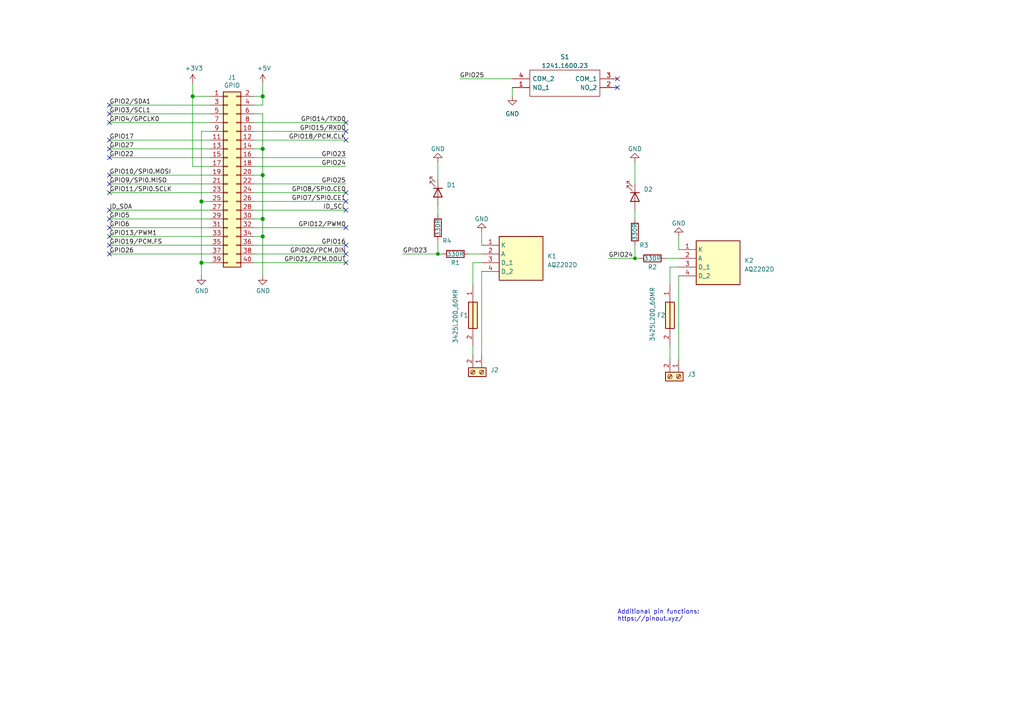
<source format=kicad_sch>
(kicad_sch (version 20230121) (generator eeschema)
  (paper "A4")
  (title_block (date "15 nov 2012"))
  (lib_symbols
    (symbol "Connector:Screw_Terminal_01x02" (pin_names (offset 1.016) hide)
      (property "Reference" "J" (at 0 2.54 0))
      (property "Value" "Screw_Terminal_01x02" (at 0 -5.08 0))
      (symbol "Screw_Terminal_01x02_1_1"
        (rectangle (start -1.27 1.27) (end 1.27 -3.81) (stroke (width 0.254)) (fill (type background)))
        (circle (center 0 -2.54) (radius 0.635) (stroke (width 0.1524)))
        (polyline (pts (xy -0.5334 -2.2098) (xy 0.3302 -3.048)) (stroke (width 0.1524)))
        (polyline (pts (xy -0.5334 0.3302) (xy 0.3302 -0.508)) (stroke (width 0.1524)))
        (polyline (pts (xy -0.3556 -2.032) (xy 0.508 -2.8702)) (stroke (width 0.1524)))
        (polyline (pts (xy -0.3556 0.508) (xy 0.508 -0.3302)) (stroke (width 0.1524)))
        (circle (center 0 0) (radius 0.635) (stroke (width 0.1524)))
        (pin passive line (at -5.08 0 0) (length 3.81) (name "Pin_1") (number "1"))
        (pin passive line (at -5.08 -2.54 0) (length 3.81) (name "Pin_2") (number "2"))
      )
    )
    (symbol "Connector_Generic:Conn_02x20_Odd_Even" (pin_names (offset 1.016) hide)
      (property "Reference" "J" (at 1.27 25.4 0))
      (property "Value" "Conn_02x20_Odd_Even" (at 1.27 -27.94 0))
      (symbol "Conn_02x20_Odd_Even_1_1"
        (rectangle (start -1.27 -25.273) (end 0 -25.527) (stroke (width 0.1524)))
        (rectangle (start -1.27 -22.733) (end 0 -22.987) (stroke (width 0.1524)))
        (rectangle (start -1.27 -20.193) (end 0 -20.447) (stroke (width 0.1524)))
        (rectangle (start -1.27 -17.653) (end 0 -17.907) (stroke (width 0.1524)))
        (rectangle (start -1.27 -15.113) (end 0 -15.367) (stroke (width 0.1524)))
        (rectangle (start -1.27 -12.573) (end 0 -12.827) (stroke (width 0.1524)))
        (rectangle (start -1.27 -10.033) (end 0 -10.287) (stroke (width 0.1524)))
        (rectangle (start -1.27 -7.493) (end 0 -7.747) (stroke (width 0.1524)))
        (rectangle (start -1.27 -4.953) (end 0 -5.207) (stroke (width 0.1524)))
        (rectangle (start -1.27 -2.413) (end 0 -2.667) (stroke (width 0.1524)))
        (rectangle (start -1.27 0.127) (end 0 -0.127) (stroke (width 0.1524)))
        (rectangle (start -1.27 2.667) (end 0 2.413) (stroke (width 0.1524)))
        (rectangle (start -1.27 5.207) (end 0 4.953) (stroke (width 0.1524)))
        (rectangle (start -1.27 7.747) (end 0 7.493) (stroke (width 0.1524)))
        (rectangle (start -1.27 10.287) (end 0 10.033) (stroke (width 0.1524)))
        (rectangle (start -1.27 12.827) (end 0 12.573) (stroke (width 0.1524)))
        (rectangle (start -1.27 15.367) (end 0 15.113) (stroke (width 0.1524)))
        (rectangle (start -1.27 17.907) (end 0 17.653) (stroke (width 0.1524)))
        (rectangle (start -1.27 20.447) (end 0 20.193) (stroke (width 0.1524)))
        (rectangle (start -1.27 22.987) (end 0 22.733) (stroke (width 0.1524)))
        (rectangle (start -1.27 24.13) (end 3.81 -26.67) (stroke (width 0.254)) (fill (type background)))
        (rectangle (start 3.81 -25.273) (end 2.54 -25.527) (stroke (width 0.1524)))
        (rectangle (start 3.81 -22.733) (end 2.54 -22.987) (stroke (width 0.1524)))
        (rectangle (start 3.81 -20.193) (end 2.54 -20.447) (stroke (width 0.1524)))
        (rectangle (start 3.81 -17.653) (end 2.54 -17.907) (stroke (width 0.1524)))
        (rectangle (start 3.81 -15.113) (end 2.54 -15.367) (stroke (width 0.1524)))
        (rectangle (start 3.81 -12.573) (end 2.54 -12.827) (stroke (width 0.1524)))
        (rectangle (start 3.81 -10.033) (end 2.54 -10.287) (stroke (width 0.1524)))
        (rectangle (start 3.81 -7.493) (end 2.54 -7.747) (stroke (width 0.1524)))
        (rectangle (start 3.81 -4.953) (end 2.54 -5.207) (stroke (width 0.1524)))
        (rectangle (start 3.81 -2.413) (end 2.54 -2.667) (stroke (width 0.1524)))
        (rectangle (start 3.81 0.127) (end 2.54 -0.127) (stroke (width 0.1524)))
        (rectangle (start 3.81 2.667) (end 2.54 2.413) (stroke (width 0.1524)))
        (rectangle (start 3.81 5.207) (end 2.54 4.953) (stroke (width 0.1524)))
        (rectangle (start 3.81 7.747) (end 2.54 7.493) (stroke (width 0.1524)))
        (rectangle (start 3.81 10.287) (end 2.54 10.033) (stroke (width 0.1524)))
        (rectangle (start 3.81 12.827) (end 2.54 12.573) (stroke (width 0.1524)))
        (rectangle (start 3.81 15.367) (end 2.54 15.113) (stroke (width 0.1524)))
        (rectangle (start 3.81 17.907) (end 2.54 17.653) (stroke (width 0.1524)))
        (rectangle (start 3.81 20.447) (end 2.54 20.193) (stroke (width 0.1524)))
        (rectangle (start 3.81 22.987) (end 2.54 22.733) (stroke (width 0.1524)))
        (pin passive line (at -5.08 22.86 0) (length 3.81) (name "Pin_1") (number "1"))
        (pin passive line (at 7.62 12.7 180) (length 3.81) (name "Pin_10") (number "10"))
        (pin passive line (at -5.08 10.16 0) (length 3.81) (name "Pin_11") (number "11"))
        (pin passive line (at 7.62 10.16 180) (length 3.81) (name "Pin_12") (number "12"))
        (pin passive line (at -5.08 7.62 0) (length 3.81) (name "Pin_13") (number "13"))
        (pin passive line (at 7.62 7.62 180) (length 3.81) (name "Pin_14") (number "14"))
        (pin passive line (at -5.08 5.08 0) (length 3.81) (name "Pin_15") (number "15"))
        (pin passive line (at 7.62 5.08 180) (length 3.81) (name "Pin_16") (number "16"))
        (pin passive line (at -5.08 2.54 0) (length 3.81) (name "Pin_17") (number "17"))
        (pin passive line (at 7.62 2.54 180) (length 3.81) (name "Pin_18") (number "18"))
        (pin passive line (at -5.08 0 0) (length 3.81) (name "Pin_19") (number "19"))
        (pin passive line (at 7.62 22.86 180) (length 3.81) (name "Pin_2") (number "2"))
        (pin passive line (at 7.62 0 180) (length 3.81) (name "Pin_20") (number "20"))
        (pin passive line (at -5.08 -2.54 0) (length 3.81) (name "Pin_21") (number "21"))
        (pin passive line (at 7.62 -2.54 180) (length 3.81) (name "Pin_22") (number "22"))
        (pin passive line (at -5.08 -5.08 0) (length 3.81) (name "Pin_23") (number "23"))
        (pin passive line (at 7.62 -5.08 180) (length 3.81) (name "Pin_24") (number "24"))
        (pin passive line (at -5.08 -7.62 0) (length 3.81) (name "Pin_25") (number "25"))
        (pin passive line (at 7.62 -7.62 180) (length 3.81) (name "Pin_26") (number "26"))
        (pin passive line (at -5.08 -10.16 0) (length 3.81) (name "Pin_27") (number "27"))
        (pin passive line (at 7.62 -10.16 180) (length 3.81) (name "Pin_28") (number "28"))
        (pin passive line (at -5.08 -12.7 0) (length 3.81) (name "Pin_29") (number "29"))
        (pin passive line (at -5.08 20.32 0) (length 3.81) (name "Pin_3") (number "3"))
        (pin passive line (at 7.62 -12.7 180) (length 3.81) (name "Pin_30") (number "30"))
        (pin passive line (at -5.08 -15.24 0) (length 3.81) (name "Pin_31") (number "31"))
        (pin passive line (at 7.62 -15.24 180) (length 3.81) (name "Pin_32") (number "32"))
        (pin passive line (at -5.08 -17.78 0) (length 3.81) (name "Pin_33") (number "33"))
        (pin passive line (at 7.62 -17.78 180) (length 3.81) (name "Pin_34") (number "34"))
        (pin passive line (at -5.08 -20.32 0) (length 3.81) (name "Pin_35") (number "35"))
        (pin passive line (at 7.62 -20.32 180) (length 3.81) (name "Pin_36") (number "36"))
        (pin passive line (at -5.08 -22.86 0) (length 3.81) (name "Pin_37") (number "37"))
        (pin passive line (at 7.62 -22.86 180) (length 3.81) (name "Pin_38") (number "38"))
        (pin passive line (at -5.08 -25.4 0) (length 3.81) (name "Pin_39") (number "39"))
        (pin passive line (at 7.62 20.32 180) (length 3.81) (name "Pin_4") (number "4"))
        (pin passive line (at 7.62 -25.4 180) (length 3.81) (name "Pin_40") (number "40"))
        (pin passive line (at -5.08 17.78 0) (length 3.81) (name "Pin_5") (number "5"))
        (pin passive line (at 7.62 17.78 180) (length 3.81) (name "Pin_6") (number "6"))
        (pin passive line (at -5.08 15.24 0) (length 3.81) (name "Pin_7") (number "7"))
        (pin passive line (at 7.62 15.24 180) (length 3.81) (name "Pin_8") (number "8"))
        (pin passive line (at -5.08 12.7 0) (length 3.81) (name "Pin_9") (number "9"))
      )
    )
    (symbol "Device:3425L200_60MR" (pin_names hide)
      (property "Reference" "F" (at 13.97 6.35 0))
      (property "Value" "3425L200_60MR" (at 13.97 3.81 0))
      (symbol "3425L200_60MR_1_1"
        (polyline (pts (xy 5.08 0) (xy 12.7 0)) (stroke (width 0.254)))
        (rectangle (start 5.08 1.27) (end 12.7 -1.27) (stroke (width 0.254)) (fill (type background)))
        (pin passive line (at 0 0 0) (length 5.08) (name "1") (number "1"))
        (pin passive line (at 17.78 0 180) (length 5.08) (name "2") (number "2"))
      )
    )
    (symbol "Device:R" (pin_numbers hide) (pin_names (offset 0))
      (property "Reference" "R" (at 2.032 0 90))
      (property "Value" "R" (at 0 0 90))
      (symbol "R_0_1"
        (rectangle (start -1.016 -2.54) (end 1.016 2.54) (stroke (width 0.254)))
      )
      (symbol "R_1_1"
        (pin passive line (at 0 3.81 270) (length 1.27) (name "~") (number "1"))
        (pin passive line (at 0 -3.81 90) (length 1.27) (name "~") (number "2"))
      )
    )
    (symbol "GND_1" (power) (pin_names (offset 0))
      (property "Value" "GND_1" (at 0 -3.81 0))
      (symbol "GND_1_0_1"
        (polyline (pts (xy 0 0) (xy 0 -1.27) (xy 1.27 -1.27) (xy 0 -2.54) (xy -1.27 -1.27) (xy 0 -1.27)))
      )
      (symbol "GND_1_1_1"
        (pin power_in line (at 0 0 270) (length 0) hide (name "GND") (number "1"))
      )
    )
    (symbol "GND_2" (power) (pin_names (offset 0))
      (property "Value" "GND_2" (at 0 -3.81 0))
      (symbol "GND_2_0_1"
        (polyline (pts (xy 0 0) (xy 0 -1.27) (xy 1.27 -1.27) (xy 0 -2.54) (xy -1.27 -1.27) (xy 0 -1.27)))
      )
      (symbol "GND_2_1_1"
        (pin power_in line (at 0 0 270) (length 0) hide (name "GND") (number "1"))
      )
    )
    (symbol "LED:IR26-21C_L110_TR8" (pin_numbers hide) (pin_names (offset 1.016) hide)
      (property "Reference" "D" (at 0 2.54 0))
      (property "Value" "IR26-21C_L110_TR8" (at 0 -3.81 0))
      (symbol "IR26-21C_L110_TR8_0_1"
        (polyline (pts (xy -1.27 -1.27) (xy -1.27 1.27)) (stroke (width 0.254)))
        (polyline (pts (xy -1.27 0) (xy 1.27 0)))
        (polyline (pts (xy 1.27 -1.27) (xy 1.27 1.27) (xy -1.27 0) (xy 1.27 -1.27)) (stroke (width 0.254)))
        (polyline (pts (xy -3.048 -0.762) (xy -4.572 -2.286) (xy -3.81 -2.286) (xy -4.572 -2.286) (xy -4.572 -1.524)))
        (polyline (pts (xy -1.778 -0.762) (xy -3.302 -2.286) (xy -2.54 -2.286) (xy -3.302 -2.286) (xy -3.302 -1.524)))
      )
      (symbol "IR26-21C_L110_TR8_1_1"
        (pin passive line (at -3.81 0 0) (length 2.54) (name "K") (number "1"))
        (pin passive line (at 3.81 0 180) (length 2.54) (name "A") (number "2"))
      )
    )
    (symbol "SSR-Shield-Library:AQZ202D"
      (property "Reference" "K" (at 19.05 7.62 0))
      (property "Value" "AQZ202D" (at 19.05 5.08 0))
      (symbol "AQZ202D_1_1"
        (rectangle (start 5.08 2.54) (end 17.78 -10.16) (stroke (width 0.254)) (fill (type background)))
        (pin passive line (at 0 0 0) (length 5.08) (name "K") (number "1"))
        (pin passive line (at 0 -2.54 0) (length 5.08) (name "A") (number "2"))
        (pin passive line (at 0 -5.08 0) (length 5.08) (name "D_1") (number "3"))
        (pin passive line (at 0 -7.62 0) (length 5.08) (name "D_2") (number "4"))
      )
    )
    (symbol "Switch:1241.1600.23" (pin_names (offset 0.762))
      (property "Reference" "S" (at 26.67 7.62 0))
      (property "Value" "1241.1600.23" (at 26.67 5.08 0))
      (symbol "1241.1600.23_0_0"
        (pin passive line (at 0 -2.54 0) (length 5.08) (name "NO_1") (number "1"))
        (pin passive line (at 30.48 -2.54 180) (length 5.08) (name "NO_2") (number "2"))
        (pin passive line (at 30.48 0 180) (length 5.08) (name "COM_1") (number "3"))
        (pin passive line (at 0 0 0) (length 5.08) (name "COM_2") (number "4"))
      )
      (symbol "1241.1600.23_0_1"
        (polyline (pts (xy 5.08 2.54) (xy 25.4 2.54) (xy 25.4 -5.08) (xy 5.08 -5.08) (xy 5.08 2.54)) (stroke (width 0.1524)))
      )
    )
    (symbol "power:+3.3V" (power) (pin_names (offset 0))
      (property "Value" "+3.3V" (at 0 3.556 0))
      (symbol "+3.3V_0_1"
        (polyline (pts (xy -0.762 1.27) (xy 0 2.54)))
        (polyline (pts (xy 0 0) (xy 0 2.54)))
        (polyline (pts (xy 0 2.54) (xy 0.762 1.27)))
      )
      (symbol "+3.3V_1_1"
        (pin power_in line (at 0 0 90) (length 0) hide (name "+3V3") (number "1"))
      )
    )
    (symbol "power:+5V" (power) (pin_names (offset 0))
      (property "Value" "+5V" (at 0 3.556 0))
      (symbol "+5V_0_1"
        (polyline (pts (xy -0.762 1.27) (xy 0 2.54)))
        (polyline (pts (xy 0 0) (xy 0 2.54)))
        (polyline (pts (xy 0 2.54) (xy 0.762 1.27)))
      )
      (symbol "+5V_1_1"
        (pin power_in line (at 0 0 90) (length 0) hide (name "+5V") (number "1"))
      )
    )
    (symbol "power:GND" (power) (pin_names (offset 0))
      (property "Value" "GND" (at 0 -3.81 0))
      (symbol "GND_0_1"
        (polyline (pts (xy 0 0) (xy 0 -1.27) (xy 1.27 -1.27) (xy 0 -2.54) (xy -1.27 -1.27) (xy 0 -1.27)))
      )
      (symbol "GND_1_1"
        (pin power_in line (at 0 0 270) (length 0) hide (name "GND") (number "1"))
      )
    )
  )
  (junction (at 76.2 27.94) (diameter 1.016))
  (junction (at 76.2 43.18) (diameter 1.016))
  (junction (at 58.42 76.2) (diameter 1.016))
  (junction (at 58.42 58.42) (diameter 1.016))
  (junction (at 76.2 68.58) (diameter 1.016))
  (junction (at 127 73.66))
  (junction (at 76.2 63.5) (diameter 1.016))
  (junction (at 76.2 50.8) (diameter 1.016))
  (junction (at 184.15 74.93))
  (junction (at 55.88 27.94) (diameter 1.016))
  (no_connect (at 179.07 22.86))
  (no_connect (at 31.75 53.34))
  (no_connect (at 31.75 68.58))
  (no_connect (at 100.33 38.1))
  (no_connect (at 31.75 60.96))
  (no_connect (at 31.75 43.18))
  (no_connect (at 100.33 35.56))
  (no_connect (at 100.33 55.88))
  (no_connect (at 31.75 50.8))
  (no_connect (at 31.75 45.72))
  (no_connect (at 100.33 58.42))
  (no_connect (at 31.75 33.02))
  (no_connect (at 100.33 71.12))
  (no_connect (at 31.75 40.64))
  (no_connect (at 31.75 66.04))
  (no_connect (at 100.33 66.04))
  (no_connect (at 100.33 60.96))
  (no_connect (at 31.75 30.48))
  (no_connect (at 100.33 40.64))
  (no_connect (at 31.75 73.66))
  (no_connect (at 100.33 76.2))
  (no_connect (at 31.75 55.88))
  (no_connect (at 31.75 35.56))
  (no_connect (at 31.75 63.5))
  (no_connect (at 100.33 73.66))
  (no_connect (at 179.07 25.4))
  (no_connect (at 31.75 71.12))
  (wire (pts (xy 58.42 58.42) (xy 58.42 76.2)))
  (wire (pts (xy 73.66 58.42) (xy 100.33 58.42)))
  (wire (pts (xy 60.96 40.64) (xy 31.75 40.64)))
  (wire (pts (xy 76.2 33.02) (xy 76.2 43.18)))
  (wire (pts (xy 76.2 50.8) (xy 73.66 50.8)))
  (wire (pts (xy 76.2 63.5) (xy 76.2 68.58)))
  (wire (pts (xy 193.04 74.93) (xy 196.85 74.93)))
  (wire (pts (xy 176.53 74.93) (xy 184.15 74.93)))
  (wire (pts (xy 196.85 80.01) (xy 196.85 104.14)))
  (wire (pts (xy 139.7 67.31) (xy 139.7 71.12)))
  (wire (pts (xy 76.2 50.8) (xy 76.2 63.5)))
  (wire (pts (xy 73.66 35.56) (xy 100.33 35.56)))
  (wire (pts (xy 58.42 38.1) (xy 58.42 58.42)))
  (wire (pts (xy 127 46.99) (xy 127 52.07)))
  (wire (pts (xy 58.42 38.1) (xy 60.96 38.1)))
  (wire (pts (xy 73.66 55.88) (xy 100.33 55.88)))
  (wire (pts (xy 127 59.69) (xy 127 62.23)))
  (wire (pts (xy 60.96 60.96) (xy 31.75 60.96)))
  (wire (pts (xy 31.75 63.5) (xy 60.96 63.5)))
  (wire (pts (xy 58.42 58.42) (xy 60.96 58.42)))
  (wire (pts (xy 73.66 45.72) (xy 100.33 45.72)))
  (wire (pts (xy 194.31 100.33) (xy 194.31 104.14)))
  (wire (pts (xy 184.15 46.99) (xy 184.15 53.34)))
  (wire (pts (xy 73.66 76.2) (xy 100.33 76.2)))
  (wire (pts (xy 58.42 76.2) (xy 58.42 80.01)))
  (wire (pts (xy 31.75 43.18) (xy 60.96 43.18)))
  (wire (pts (xy 116.84 73.66) (xy 127 73.66)))
  (wire (pts (xy 55.88 24.13) (xy 55.88 27.94)))
  (wire (pts (xy 76.2 68.58) (xy 73.66 68.58)))
  (wire (pts (xy 31.75 33.02) (xy 60.96 33.02)))
  (wire (pts (xy 194.31 77.47) (xy 194.31 82.55)))
  (wire (pts (xy 31.75 55.88) (xy 60.96 55.88)))
  (wire (pts (xy 55.88 48.26) (xy 60.96 48.26)))
  (wire (pts (xy 60.96 30.48) (xy 31.75 30.48)))
  (wire (pts (xy 76.2 27.94) (xy 76.2 30.48)))
  (wire (pts (xy 76.2 43.18) (xy 76.2 50.8)))
  (wire (pts (xy 73.66 40.64) (xy 100.33 40.64)))
  (wire (pts (xy 76.2 43.18) (xy 73.66 43.18)))
  (wire (pts (xy 76.2 24.13) (xy 76.2 27.94)))
  (wire (pts (xy 31.75 35.56) (xy 60.96 35.56)))
  (wire (pts (xy 76.2 27.94) (xy 73.66 27.94)))
  (wire (pts (xy 148.59 25.4) (xy 148.59 27.94)))
  (wire (pts (xy 55.88 27.94) (xy 55.88 48.26)))
  (wire (pts (xy 137.16 100.33) (xy 137.16 102.87)))
  (wire (pts (xy 73.66 48.26) (xy 100.33 48.26)))
  (wire (pts (xy 73.66 38.1) (xy 100.33 38.1)))
  (wire (pts (xy 184.15 60.96) (xy 184.15 63.5)))
  (wire (pts (xy 184.15 71.12) (xy 184.15 74.93)))
  (wire (pts (xy 31.75 45.72) (xy 60.96 45.72)))
  (wire (pts (xy 31.75 53.34) (xy 60.96 53.34)))
  (wire (pts (xy 139.7 76.2) (xy 137.16 76.2)))
  (wire (pts (xy 31.75 66.04) (xy 60.96 66.04)))
  (wire (pts (xy 76.2 30.48) (xy 73.66 30.48)))
  (wire (pts (xy 31.75 71.12) (xy 60.96 71.12)))
  (wire (pts (xy 73.66 71.12) (xy 100.33 71.12)))
  (wire (pts (xy 196.85 77.47) (xy 194.31 77.47)))
  (wire (pts (xy 73.66 66.04) (xy 100.33 66.04)))
  (wire (pts (xy 127 73.66) (xy 128.27 73.66)))
  (wire (pts (xy 58.42 76.2) (xy 60.96 76.2)))
  (wire (pts (xy 73.66 73.66) (xy 100.33 73.66)))
  (wire (pts (xy 139.7 78.74) (xy 139.7 102.87)))
  (wire (pts (xy 76.2 33.02) (xy 73.66 33.02)))
  (wire (pts (xy 31.75 73.66) (xy 60.96 73.66)))
  (wire (pts (xy 133.35 22.86) (xy 148.59 22.86)))
  (wire (pts (xy 196.85 68.58) (xy 196.85 72.39)))
  (wire (pts (xy 76.2 68.58) (xy 76.2 80.01)))
  (wire (pts (xy 73.66 53.34) (xy 100.33 53.34)))
  (wire (pts (xy 60.96 68.58) (xy 31.75 68.58)))
  (wire (pts (xy 127 69.85) (xy 127 73.66)))
  (wire (pts (xy 135.89 73.66) (xy 139.7 73.66)))
  (wire (pts (xy 76.2 63.5) (xy 73.66 63.5)))
  (wire (pts (xy 55.88 27.94) (xy 60.96 27.94)))
  (wire (pts (xy 184.15 74.93) (xy 185.42 74.93)))
  (wire (pts (xy 137.16 76.2) (xy 137.16 82.55)))
  (wire (pts (xy 60.96 50.8) (xy 31.75 50.8)))
  (wire (pts (xy 73.66 60.96) (xy 100.33 60.96)))
  (text "Additional pin functions:\nhttps://pinout.xyz/" (at 179.07 180.34 0) (effects (font (size 1.27 1.27)) (justify left bottom)))
  (label "ID_SDA" (at 31.75 60.96 0))
  (label "GPIO6" (at 31.75 66.04 0))
  (label "GPIO25" (at 133.35 22.86 0))
  (label "ID_SCL" (at 100.33 60.96 180))
  (label "GPIO5" (at 31.75 63.5 0))
  (label "GPIO21{slash}PCM.DOUT" (at 100.33 76.2 180))
  (label "GPIO19{slash}PCM.FS" (at 31.75 71.12 0))
  (label "GPIO10{slash}SPI0.MOSI" (at 31.75 50.8 0))
  (label "GPIO9{slash}SPI0.MISO" (at 31.75 53.34 0))
  (label "GPIO23" (at 100.33 45.72 180))
  (label "GPIO4{slash}GPCLK0" (at 31.75 35.56 0))
  (label "GPIO27" (at 31.75 43.18 0))
  (label "GPIO26" (at 31.75 73.66 0))
  (label "GPIO14{slash}TXD0" (at 100.33 35.56 180))
  (label "GPIO8{slash}SPI0.CE0" (at 100.33 55.88 180))
  (label "GPIO15{slash}RXD0" (at 100.33 38.1 180))
  (label "GPIO16" (at 100.33 71.12 180))
  (label "GPIO22" (at 31.75 45.72 0))
  (label "GPIO2{slash}SDA1" (at 31.75 30.48 0))
  (label "GPIO17" (at 31.75 40.64 0))
  (label "GPIO25" (at 100.33 53.34 180))
  (label "GPIO3{slash}SCL1" (at 31.75 33.02 0))
  (label "GPIO18{slash}PCM.CLK" (at 100.33 40.64 180))
  (label "GPIO12{slash}PWM0" (at 100.33 66.04 180))
  (label "GPIO13{slash}PWM1" (at 31.75 68.58 0))
  (label "GPIO20{slash}PCM.DIN" (at 100.33 73.66 180))
  (label "GPIO24" (at 100.33 48.26 180))
  (label "GPIO7{slash}SPI0.CE1" (at 100.33 58.42 180))
  (label "GPIO23" (at 116.84 73.66 0))
  (label "GPIO24" (at 176.53 74.93 0))
  (label "GPIO11{slash}SPI0.SCLK" (at 31.75 55.88 0))
  (symbol (lib_id "power:+5V") (at 76.2 24.13 0) (unit 1)
    (property "Reference" "#PWR01" (effects hide))
    (property "Value" "+5V" (at 76.5683 19.8056 0))
  )
  (symbol (lib_id "power:+3.3V") (at 55.88 24.13 0) (unit 1)
    (property "Reference" "#PWR04" (effects hide))
    (property "Value" "+3.3V" (at 56.2483 19.8056 0))
  )
  (symbol (lib_id "power:GND") (at 76.2 80.01 0) (unit 1)
    (property "Reference" "#PWR02" (effects hide))
    (property "Value" "GND" (at 76.3143 84.3344 0))
  )
  (symbol (lib_id "power:GND") (at 58.42 80.01 0) (unit 1)
    (property "Reference" "#PWR03" (effects hide))
    (property "Value" "GND" (at 58.5343 84.3344 0))
  )
  (symbol (lib_id "Connector_Generic:Conn_02x20_Odd_Even") (at 66.04 50.8 0) (unit 1)
    (property "Reference" "J1" (at 67.31 22.4598 0))
    (property "Value" "GPIO" (at 67.31 24.765 0))
    (property "Footprint" "Connector_PinSocket_2.54mm:PinSocket_2x20_P2.54mm_Vertical" (effects hide))
  )
  (symbol (lib_id "Device:R") (at 127 66.04 0) (unit 1)
    (property "Reference" "R4" (at 128.27 69.85 0) (effects (justify left)))
    (property "Value" "330R" (at 127 68.58 90) (effects (justify left)))
    (property "Footprint" "Resistor_SMD:R_1206_3216Metric" (effects hide))
  )
  (symbol (lib_id "Device:3425L200_60MR") (at 194.31 82.55 270) (unit 1)
    (property "Reference" "F2" (at 193.04 91.44 90) (effects (justify right)))
    (property "Value" "3425L200_60MR" (at 189.23 99.06 0) (effects (justify right)))
    (property "Footprint" "Fuse:FUSC8664X180N" (effects hide))
    (property "Datasheet" "https://www.littelfuse.com/media?resourcetype=datasheets&itemid=bc6d850b-99e2-4108-9141-9afcdeb5e383&filename=littelfuse-pptc-3425l-datasheet" (effects hide))
    (property "Height" "1.8" (effects hide))
    (property "Mouser Part Number" "576-3425L200/60MR" (effects hide))
    (property "Mouser Price/Stock" "https://www.mouser.co.uk/ProductDetail/Littelfuse/3425L200-60MR?qs=Jm2GQyTW%2Fbiqdph8lH2A%2FA%3D%3D" (effects hide))
    (property "Manufacturer_Name" "LITTELFUSE" (effects hide))
    (property "Manufacturer_Part_Number" "3425L200/60MR" (effects hide))
  )
  (symbol (lib_id "Switch:1241.1600.23") (at 148.59 22.86 0) (unit 1)
    (property "Reference" "S1" (at 163.83 16.51 0))
    (property "Value" "1241.1600.23" (at 163.83 19.05 0))
    (property "Footprint" "Button_Switch_SMD:1241160023" (effects hide))
    (property "Datasheet" "https://us.schurter.com/bundles/snceschurter/epim/_ProdPool_/newDS/en/typ_SMS.pdf" (effects hide))
    (property "Description" "Pushbutton Switches SMS IP40 G SHORT" (effects hide))
    (property "Height" "4.85" (effects hide))
    (property "Mouser Part Number" "693-1241.1600.23" (effects hide))
    (property "Mouser Price/Stock" "https://www.mouser.co.uk/ProductDetail/Schurter/1241.1600.23?qs=JHn%2F0Af%2Fl5G1RWN8YaGCOQ%3D%3D" (effects hide))
    (property "Manufacturer_Name" "SCHURTER" (effects hide))
    (property "Manufacturer_Part_Number" "1241.1600.23" (effects hide))
  )
  (symbol (lib_id "LED:IR26-21C_L110_TR8") (at 184.15 57.15 270) (unit 1)
    (property "Reference" "D2" (at 186.69 54.9275 90) (effects (justify left)))
    (property "Value" "IR26-21C_L110_TR8" (effects hide))
    (property "Footprint" "LED_SMD:LED_1206_3216Metric" (effects hide))
    (property "Datasheet" "http://www.everlight.com/file/ProductFile/IR26-21C-L110-TR8.pdf" (effects hide))
  )
  (symbol (lib_id "Device:R") (at 184.15 67.31 0) (unit 1)
    (property "Reference" "R3" (at 185.42 71.12 0) (effects (justify left)))
    (property "Value" "330R" (at 184.15 69.85 90) (effects (justify left)))
    (property "Footprint" "Resistor_SMD:R_1206_3216Metric" (effects hide))
  )
  (symbol (lib_name "GND_1") (lib_id "power:GND") (at 196.85 68.58 180) (unit 1)
    (property "Reference" "#PWR06" (effects hide))
    (property "Value" "GND" (at 196.85 64.77 0))
  )
  (symbol (lib_name "GND_1") (lib_id "power:GND") (at 184.15 46.99 180) (unit 1)
    (property "Reference" "#PWR08" (effects hide))
    (property "Value" "GND" (at 184.15 43.18 0))
  )
  (symbol (lib_id "Device:R") (at 189.23 74.93 90) (unit 1)
    (property "Reference" "R2" (at 189.23 77.47 90))
    (property "Value" "330R" (at 189.23 74.93 90))
    (property "Footprint" "Resistor_SMD:R_1206_3216Metric" (effects hide))
  )
  (symbol (lib_name "GND_1") (lib_id "power:GND") (at 139.7 67.31 180) (unit 1)
    (property "Reference" "#PWR05" (effects hide))
    (property "Value" "GND" (at 139.7 63.5 0))
  )
  (symbol (lib_name "GND_2") (lib_id "power:GND") (at 148.59 27.94 0) (unit 1)
    (property "Reference" "#PWR09" (effects hide))
    (property "Value" "GND" (at 148.59 33.02 0))
  )
  (symbol (lib_id "SSR-Shield-Library:AQZ202D") (at 139.7 71.12 0) (unit 1)
    (property "Reference" "K1" (at 158.75 74.295 0) (effects (justify left)))
    (property "Value" "AQZ202D" (at 158.75 76.835 0) (effects (justify left)))
    (property "Footprint" "Package_SIP:AQZ202G" (effects hide))
    (property "Datasheet" "https://datasheet.datasheetarchive.com/originals/distributors/Datasheets-315/542788.pdf" (effects hide))
    (property "Height" "11.2" (effects hide))
    (property "Mouser Part Number" "769-AQZ202D" (effects hide))
    (property "Mouser Price/Stock" "https://www.mouser.co.uk/ProductDetail/Panasonic-Industrial-Devices/AQZ202D?qs=wKtUvITRiamx%252B1RZTBBykA%3D%3D" (effects hide))
    (property "Manufacturer_Name" "Panasonic" (effects hide))
    (property "Manufacturer_Part_Number" "AQZ202D" (effects hide))
  )
  (symbol (lib_id "Device:3425L200_60MR") (at 137.16 82.55 270) (unit 1)
    (property "Reference" "F1" (at 133.35 91.44 90) (effects (justify left)))
    (property "Value" "3425L200_60MR" (at 132.08 83.82 0) (effects (justify left)))
    (property "Footprint" "Fuse:FUSC8664X180N" (effects hide))
    (property "Datasheet" "https://www.littelfuse.com/media?resourcetype=datasheets&itemid=bc6d850b-99e2-4108-9141-9afcdeb5e383&filename=littelfuse-pptc-3425l-datasheet" (effects hide))
    (property "Height" "1.8" (effects hide))
    (property "Mouser Part Number" "576-3425L200/60MR" (effects hide))
    (property "Mouser Price/Stock" "https://www.mouser.co.uk/ProductDetail/Littelfuse/3425L200-60MR?qs=Jm2GQyTW%2Fbiqdph8lH2A%2FA%3D%3D" (effects hide))
    (property "Manufacturer_Name" "LITTELFUSE" (effects hide))
    (property "Manufacturer_Part_Number" "3425L200/60MR" (effects hide))
  )
  (symbol (lib_id "SSR-Shield-Library:AQZ202D") (at 196.85 72.39 0) (unit 1)
    (property "Reference" "K2" (at 215.9 75.565 0) (effects (justify left)))
    (property "Value" "AQZ202D" (at 215.9 78.105 0) (effects (justify left)))
    (property "Footprint" "Package_SIP:AQZ202G" (effects hide))
    (property "Datasheet" "https://datasheet.datasheetarchive.com/originals/distributors/Datasheets-315/542788.pdf" (effects hide))
    (property "Height" "11.2" (effects hide))
    (property "Mouser Part Number" "769-AQZ202D" (effects hide))
    (property "Mouser Price/Stock" "https://www.mouser.co.uk/ProductDetail/Panasonic-Industrial-Devices/AQZ202D?qs=wKtUvITRiamx%252B1RZTBBykA%3D%3D" (effects hide))
    (property "Manufacturer_Name" "Panasonic" (effects hide))
    (property "Manufacturer_Part_Number" "AQZ202D" (effects hide))
  )
  (symbol (lib_id "Connector:Screw_Terminal_01x02") (at 196.85 109.22 270) (unit 1)
    (property "Reference" "J3" (at 199.39 108.585 90) (effects (justify left)))
    (property "Value" "Screw_Terminal_01x02" (effects hide))
    (property "Footprint" "TerminalBlock_Phoenix:TerminalBlock_Phoenix_PT-1,5-2-5.0-H_1x02_P5.00mm_Horizontal" (effects hide))
  )
  (symbol (lib_id "Device:R") (at 132.08 73.66 90) (unit 1)
    (property "Reference" "R1" (at 132.08 76.2 90))
    (property "Value" "330R" (at 132.08 73.66 90))
    (property "Footprint" "Resistor_SMD:R_1206_3216Metric" (effects hide))
  )
  (symbol (lib_id "Connector:Screw_Terminal_01x02") (at 139.7 107.95 270) (unit 1)
    (property "Reference" "J2" (at 142.24 107.315 90) (effects (justify left)))
    (property "Value" "Screw_Terminal_01x02" (effects hide))
    (property "Footprint" "TerminalBlock_Phoenix:TerminalBlock_Phoenix_PT-1,5-2-5.0-H_1x02_P5.00mm_Horizontal" (effects hide))
  )
  (symbol (lib_id "LED:IR26-21C_L110_TR8") (at 127 55.88 270) (unit 1)
    (property "Reference" "D1" (at 129.54 53.6575 90) (effects (justify left)))
    (property "Value" "IR26-21C_L110_TR8" (effects hide))
    (property "Footprint" "LED_SMD:LED_1206_3216Metric" (effects hide))
    (property "Datasheet" "http://www.everlight.com/file/ProductFile/IR26-21C-L110-TR8.pdf" (effects hide))
  )
  (symbol (lib_name "GND_1") (lib_id "power:GND") (at 127 46.99 180) (unit 1)
    (property "Reference" "#PWR07" (effects hide))
    (property "Value" "GND" (at 127 43.18 0))
  )
)
</source>
